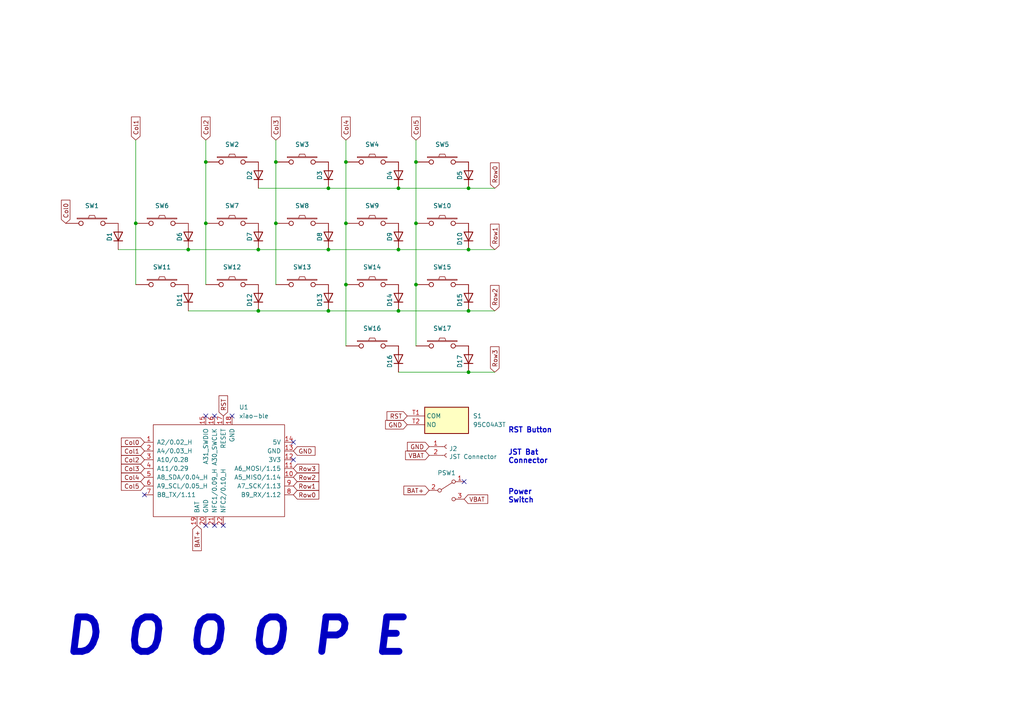
<source format=kicad_sch>
(kicad_sch (version 20211123) (generator eeschema)

  (uuid 757502bc-741b-44ce-a11f-6799c99881f0)

  (paper "A4")

  (title_block
    (title "D O O O P E")
    (date "2023-05-08")
    (rev "2")
  )

  (lib_symbols
    (symbol "95C04A3T:95C04A3T" (in_bom yes) (on_board yes)
      (property "Reference" "" (id 0) (at 0 0 0)
        (effects (font (size 1.27 1.27)))
      )
      (property "Value" "95C04A3T" (id 1) (at 0 0 0)
        (effects (font (size 1.27 1.27)))
      )
      (property "Footprint" "" (id 2) (at 0 0 0)
        (effects (font (size 1.27 1.27)) hide)
      )
      (property "Datasheet" "" (id 3) (at 0 0 0)
        (effects (font (size 1.27 1.27)) hide)
      )
      (property "Reference_1" "S" (id 4) (at 19.05 7.62 0)
        (effects (font (size 1.27 1.27)) (justify left top))
      )
      (property "Value_1" "95C04A3T" (id 5) (at 19.05 5.08 0)
        (effects (font (size 1.27 1.27)) (justify left top))
      )
      (property "Footprint_1" "95C04A3T" (id 6) (at 19.05 -94.92 0)
        (effects (font (size 1.27 1.27)) (justify left top) hide)
      )
      (property "Datasheet_1" "https://datasheet.datasheetarchive.com/originals/distributors/Datasheets-DGA6/579568.pdf" (id 7) (at 19.05 -194.92 0)
        (effects (font (size 1.27 1.27)) (justify left top) hide)
      )
      (property "Height" "4.5" (id 8) (at 19.05 -394.92 0)
        (effects (font (size 1.27 1.27)) (justify left top) hide)
      )
      (property "Mouser Part Number" "706-95C04A3T" (id 9) (at 19.05 -494.92 0)
        (effects (font (size 1.27 1.27)) (justify left top) hide)
      )
      (property "Mouser Price/Stock" "https://www.mouser.co.uk/ProductDetail/Grayhill/95C04A3T?qs=ls7QRyWmRk7sxMlJRVSkDg%3D%3D" (id 10) (at 19.05 -594.92 0)
        (effects (font (size 1.27 1.27)) (justify left top) hide)
      )
      (property "Manufacturer_Name" "Grayhill" (id 11) (at 19.05 -694.92 0)
        (effects (font (size 1.27 1.27)) (justify left top) hide)
      )
      (property "Manufacturer_Part_Number" "95C04A3T" (id 12) (at 19.05 -794.92 0)
        (effects (font (size 1.27 1.27)) (justify left top) hide)
      )
      (property "ki_description" "Tactile Switches Tact Switch, .169\" Height, 160g operating force, thru-hole, RoHS Compliant" (id 13) (at 0 0 0)
        (effects (font (size 1.27 1.27)) hide)
      )
      (symbol "95C04A3T_1_1"
        (rectangle (start 5.08 2.54) (end 17.78 -5.08)
          (stroke (width 0.254) (type default) (color 0 0 0 0))
          (fill (type background))
        )
        (pin passive line (at 0 0 0) (length 5.08)
          (name "COM" (effects (font (size 1.27 1.27))))
          (number "T1" (effects (font (size 1.27 1.27))))
        )
        (pin passive line (at 0 -2.54 0) (length 5.08)
          (name "NO" (effects (font (size 1.27 1.27))))
          (number "T2" (effects (font (size 1.27 1.27))))
        )
      )
    )
    (symbol "Connector:Conn_01x02_Female" (pin_names (offset 1.016) hide) (in_bom yes) (on_board yes)
      (property "Reference" "J" (id 0) (at 0 2.54 0)
        (effects (font (size 1.27 1.27)))
      )
      (property "Value" "Conn_01x02_Female" (id 1) (at 0 -5.08 0)
        (effects (font (size 1.27 1.27)))
      )
      (property "Footprint" "" (id 2) (at 0 0 0)
        (effects (font (size 1.27 1.27)) hide)
      )
      (property "Datasheet" "~" (id 3) (at 0 0 0)
        (effects (font (size 1.27 1.27)) hide)
      )
      (property "ki_keywords" "connector" (id 4) (at 0 0 0)
        (effects (font (size 1.27 1.27)) hide)
      )
      (property "ki_description" "Generic connector, single row, 01x02, script generated (kicad-library-utils/schlib/autogen/connector/)" (id 5) (at 0 0 0)
        (effects (font (size 1.27 1.27)) hide)
      )
      (property "ki_fp_filters" "Connector*:*_1x??_*" (id 6) (at 0 0 0)
        (effects (font (size 1.27 1.27)) hide)
      )
      (symbol "Conn_01x02_Female_1_1"
        (arc (start 0 -2.032) (mid -0.508 -2.54) (end 0 -3.048)
          (stroke (width 0.1524) (type default) (color 0 0 0 0))
          (fill (type none))
        )
        (polyline
          (pts
            (xy -1.27 -2.54)
            (xy -0.508 -2.54)
          )
          (stroke (width 0.1524) (type default) (color 0 0 0 0))
          (fill (type none))
        )
        (polyline
          (pts
            (xy -1.27 0)
            (xy -0.508 0)
          )
          (stroke (width 0.1524) (type default) (color 0 0 0 0))
          (fill (type none))
        )
        (arc (start 0 0.508) (mid -0.508 0) (end 0 -0.508)
          (stroke (width 0.1524) (type default) (color 0 0 0 0))
          (fill (type none))
        )
        (pin passive line (at -5.08 0 0) (length 3.81)
          (name "Pin_1" (effects (font (size 1.27 1.27))))
          (number "1" (effects (font (size 1.27 1.27))))
        )
        (pin passive line (at -5.08 -2.54 0) (length 3.81)
          (name "Pin_2" (effects (font (size 1.27 1.27))))
          (number "2" (effects (font (size 1.27 1.27))))
        )
      )
    )
    (symbol "Diode:1N4148W" (pin_numbers hide) (pin_names hide) (in_bom yes) (on_board yes)
      (property "Reference" "D" (id 0) (at 0 2.54 0)
        (effects (font (size 1.27 1.27)))
      )
      (property "Value" "1N4148W" (id 1) (at 0 -2.54 0)
        (effects (font (size 1.27 1.27)))
      )
      (property "Footprint" "Diode_SMD:D_SOD-123" (id 2) (at 0 -4.445 0)
        (effects (font (size 1.27 1.27)) hide)
      )
      (property "Datasheet" "https://www.vishay.com/docs/85748/1n4148w.pdf" (id 3) (at 0 0 0)
        (effects (font (size 1.27 1.27)) hide)
      )
      (property "ki_keywords" "diode" (id 4) (at 0 0 0)
        (effects (font (size 1.27 1.27)) hide)
      )
      (property "ki_description" "75V 0.15A Fast Switching Diode, SOD-123" (id 5) (at 0 0 0)
        (effects (font (size 1.27 1.27)) hide)
      )
      (property "ki_fp_filters" "D*SOD?123*" (id 6) (at 0 0 0)
        (effects (font (size 1.27 1.27)) hide)
      )
      (symbol "1N4148W_0_1"
        (polyline
          (pts
            (xy -1.27 1.27)
            (xy -1.27 -1.27)
          )
          (stroke (width 0.254) (type default) (color 0 0 0 0))
          (fill (type none))
        )
        (polyline
          (pts
            (xy 1.27 0)
            (xy -1.27 0)
          )
          (stroke (width 0) (type default) (color 0 0 0 0))
          (fill (type none))
        )
        (polyline
          (pts
            (xy 1.27 1.27)
            (xy 1.27 -1.27)
            (xy -1.27 0)
            (xy 1.27 1.27)
          )
          (stroke (width 0.254) (type default) (color 0 0 0 0))
          (fill (type none))
        )
      )
      (symbol "1N4148W_1_1"
        (pin passive line (at -3.81 0 0) (length 2.54)
          (name "K" (effects (font (size 1.27 1.27))))
          (number "1" (effects (font (size 1.27 1.27))))
        )
        (pin passive line (at 3.81 0 180) (length 2.54)
          (name "A" (effects (font (size 1.27 1.27))))
          (number "2" (effects (font (size 1.27 1.27))))
        )
      )
    )
    (symbol "Switch:SW_SPDT" (pin_names (offset 0) hide) (in_bom yes) (on_board yes)
      (property "Reference" "SW" (id 0) (at 0 4.318 0)
        (effects (font (size 1.27 1.27)))
      )
      (property "Value" "SW_SPDT" (id 1) (at 0 -5.08 0)
        (effects (font (size 1.27 1.27)))
      )
      (property "Footprint" "" (id 2) (at 0 0 0)
        (effects (font (size 1.27 1.27)) hide)
      )
      (property "Datasheet" "~" (id 3) (at 0 0 0)
        (effects (font (size 1.27 1.27)) hide)
      )
      (property "ki_keywords" "switch single-pole double-throw spdt ON-ON" (id 4) (at 0 0 0)
        (effects (font (size 1.27 1.27)) hide)
      )
      (property "ki_description" "Switch, single pole double throw" (id 5) (at 0 0 0)
        (effects (font (size 1.27 1.27)) hide)
      )
      (symbol "SW_SPDT_0_0"
        (circle (center -2.032 0) (radius 0.508)
          (stroke (width 0) (type default) (color 0 0 0 0))
          (fill (type none))
        )
        (circle (center 2.032 -2.54) (radius 0.508)
          (stroke (width 0) (type default) (color 0 0 0 0))
          (fill (type none))
        )
      )
      (symbol "SW_SPDT_0_1"
        (polyline
          (pts
            (xy -1.524 0.254)
            (xy 1.651 2.286)
          )
          (stroke (width 0) (type default) (color 0 0 0 0))
          (fill (type none))
        )
        (circle (center 2.032 2.54) (radius 0.508)
          (stroke (width 0) (type default) (color 0 0 0 0))
          (fill (type none))
        )
      )
      (symbol "SW_SPDT_1_1"
        (pin passive line (at 5.08 2.54 180) (length 2.54)
          (name "A" (effects (font (size 1.27 1.27))))
          (number "1" (effects (font (size 1.27 1.27))))
        )
        (pin passive line (at -5.08 0 0) (length 2.54)
          (name "B" (effects (font (size 1.27 1.27))))
          (number "2" (effects (font (size 1.27 1.27))))
        )
        (pin passive line (at 5.08 -2.54 180) (length 2.54)
          (name "C" (effects (font (size 1.27 1.27))))
          (number "3" (effects (font (size 1.27 1.27))))
        )
      )
    )
    (symbol "kbd:SW_PUSH" (pin_numbers hide) (pin_names (offset 1.016) hide) (in_bom yes) (on_board yes)
      (property "Reference" "SW" (id 0) (at 3.81 2.794 0)
        (effects (font (size 1.27 1.27)))
      )
      (property "Value" "SW_PUSH" (id 1) (at 0 -2.032 0)
        (effects (font (size 1.27 1.27)))
      )
      (property "Footprint" "" (id 2) (at 0 0 0)
        (effects (font (size 1.27 1.27)))
      )
      (property "Datasheet" "" (id 3) (at 0 0 0)
        (effects (font (size 1.27 1.27)))
      )
      (symbol "SW_PUSH_0_1"
        (rectangle (start -4.318 1.27) (end 4.318 1.524)
          (stroke (width 0) (type default) (color 0 0 0 0))
          (fill (type none))
        )
        (polyline
          (pts
            (xy -1.016 1.524)
            (xy -0.762 2.286)
            (xy 0.762 2.286)
            (xy 1.016 1.524)
          )
          (stroke (width 0) (type default) (color 0 0 0 0))
          (fill (type none))
        )
        (pin passive inverted (at -7.62 0 0) (length 5.08)
          (name "1" (effects (font (size 1.27 1.27))))
          (number "1" (effects (font (size 1.27 1.27))))
        )
        (pin passive inverted (at 7.62 0 180) (length 5.08)
          (name "2" (effects (font (size 1.27 1.27))))
          (number "2" (effects (font (size 1.27 1.27))))
        )
      )
    )
    (symbol "mcu:xiao-ble" (pin_names (offset 1.016)) (in_bom yes) (on_board yes)
      (property "Reference" "U" (id 0) (at -17.78 16.51 0)
        (effects (font (size 1.27 1.27)))
      )
      (property "Value" "xiao-ble" (id 1) (at -15.24 13.97 0)
        (effects (font (size 1.27 1.27)))
      )
      (property "Footprint" "" (id 2) (at -7.62 5.08 0)
        (effects (font (size 1.27 1.27)) hide)
      )
      (property "Datasheet" "" (id 3) (at -7.62 5.08 0)
        (effects (font (size 1.27 1.27)) hide)
      )
      (symbol "xiao-ble_0_1"
        (rectangle (start -19.05 12.7) (end 19.05 -13.97)
          (stroke (width 0) (type default) (color 0 0 0 0))
          (fill (type none))
        )
      )
      (symbol "xiao-ble_1_1"
        (pin bidirectional line (at -21.59 7.62 0) (length 2.54)
          (name "A2/0.02_H" (effects (font (size 1.27 1.27))))
          (number "1" (effects (font (size 1.27 1.27))))
        )
        (pin bidirectional line (at 21.59 -2.54 180) (length 2.54)
          (name "A5_MISO/1.14" (effects (font (size 1.27 1.27))))
          (number "10" (effects (font (size 1.27 1.27))))
        )
        (pin bidirectional line (at 21.59 0 180) (length 2.54)
          (name "A6_MOSI/1.15" (effects (font (size 1.27 1.27))))
          (number "11" (effects (font (size 1.27 1.27))))
        )
        (pin power_out line (at 21.59 2.54 180) (length 2.54)
          (name "3V3" (effects (font (size 1.27 1.27))))
          (number "12" (effects (font (size 1.27 1.27))))
        )
        (pin power_out line (at 21.59 5.08 180) (length 2.54)
          (name "GND" (effects (font (size 1.27 1.27))))
          (number "13" (effects (font (size 1.27 1.27))))
        )
        (pin power_out line (at 21.59 7.62 180) (length 2.54)
          (name "5V" (effects (font (size 1.27 1.27))))
          (number "14" (effects (font (size 1.27 1.27))))
        )
        (pin input line (at -3.81 15.24 270) (length 2.54)
          (name "A31_SWDIO" (effects (font (size 1.27 1.27))))
          (number "15" (effects (font (size 1.27 1.27))))
        )
        (pin input line (at -1.27 15.24 270) (length 2.54)
          (name "A30_SWCLK" (effects (font (size 1.27 1.27))))
          (number "16" (effects (font (size 1.27 1.27))))
        )
        (pin input line (at 1.27 15.24 270) (length 2.54)
          (name "RESET" (effects (font (size 1.27 1.27))))
          (number "17" (effects (font (size 1.27 1.27))))
        )
        (pin power_out line (at 3.81 15.24 270) (length 2.54)
          (name "GND" (effects (font (size 1.27 1.27))))
          (number "18" (effects (font (size 1.27 1.27))))
        )
        (pin bidirectional line (at -6.35 -16.51 90) (length 2.54)
          (name "BAT" (effects (font (size 1.27 1.27))))
          (number "19" (effects (font (size 1.27 1.27))))
        )
        (pin bidirectional line (at -21.59 5.08 0) (length 2.54)
          (name "A4/0.03_H" (effects (font (size 1.27 1.27))))
          (number "2" (effects (font (size 1.27 1.27))))
        )
        (pin power_out line (at -3.81 -16.51 90) (length 2.54)
          (name "GND" (effects (font (size 1.27 1.27))))
          (number "20" (effects (font (size 1.27 1.27))))
        )
        (pin bidirectional line (at -1.27 -16.51 90) (length 2.54)
          (name "NFC1/0.09_H" (effects (font (size 1.27 1.27))))
          (number "21" (effects (font (size 1.27 1.27))))
        )
        (pin bidirectional line (at 1.27 -16.51 90) (length 2.54)
          (name "NFC2/0.10_H" (effects (font (size 1.27 1.27))))
          (number "22" (effects (font (size 1.27 1.27))))
        )
        (pin bidirectional line (at -21.59 2.54 0) (length 2.54)
          (name "A10/0.28" (effects (font (size 1.27 1.27))))
          (number "3" (effects (font (size 1.27 1.27))))
        )
        (pin bidirectional line (at -21.59 0 0) (length 2.54)
          (name "A11/0.29" (effects (font (size 1.27 1.27))))
          (number "4" (effects (font (size 1.27 1.27))))
        )
        (pin bidirectional line (at -21.59 -2.54 0) (length 2.54)
          (name "A8_SDA/0.04_H" (effects (font (size 1.27 1.27))))
          (number "5" (effects (font (size 1.27 1.27))))
        )
        (pin bidirectional line (at -21.59 -5.08 0) (length 2.54)
          (name "A9_SCL/0.05_H" (effects (font (size 1.27 1.27))))
          (number "6" (effects (font (size 1.27 1.27))))
        )
        (pin bidirectional line (at -21.59 -7.62 0) (length 2.54)
          (name "B8_TX/1.11" (effects (font (size 1.27 1.27))))
          (number "7" (effects (font (size 1.27 1.27))))
        )
        (pin bidirectional line (at 21.59 -7.62 180) (length 2.54)
          (name "B9_RX/1.12" (effects (font (size 1.27 1.27))))
          (number "8" (effects (font (size 1.27 1.27))))
        )
        (pin bidirectional line (at 21.59 -5.08 180) (length 2.54)
          (name "A7_SCK/1.13" (effects (font (size 1.27 1.27))))
          (number "9" (effects (font (size 1.27 1.27))))
        )
      )
    )
  )

  (junction (at 115.57 72.39) (diameter 0) (color 0 0 0 0)
    (uuid 07d660ca-5f34-4196-b873-81e64f30373f)
  )
  (junction (at 115.57 90.17) (diameter 0) (color 0 0 0 0)
    (uuid 28605236-48c4-4c53-971b-ea9f9ad3f5f3)
  )
  (junction (at 120.65 64.77) (diameter 0) (color 0 0 0 0)
    (uuid 31bf2072-d206-4a9c-bf3e-48254c34da20)
  )
  (junction (at 95.25 72.39) (diameter 0) (color 0 0 0 0)
    (uuid 4107ec43-349a-4c3e-876a-e6149662295b)
  )
  (junction (at 135.89 72.39) (diameter 0) (color 0 0 0 0)
    (uuid 4acb1484-eddb-48b3-9866-074a7fba7653)
  )
  (junction (at 80.01 64.77) (diameter 0) (color 0 0 0 0)
    (uuid 5ab8061f-e697-4ca0-b7e7-114293ce0804)
  )
  (junction (at 54.61 72.39) (diameter 0) (color 0 0 0 0)
    (uuid 5ca96f09-9c64-411e-8db8-db88d21dc778)
  )
  (junction (at 115.57 54.61) (diameter 0) (color 0 0 0 0)
    (uuid 5cc0ae2a-b8dd-4bc2-a20d-97cda39d20fb)
  )
  (junction (at 95.25 90.17) (diameter 0) (color 0 0 0 0)
    (uuid 5d8b7062-1cff-4b3f-b4a5-fd218091c09a)
  )
  (junction (at 135.89 90.17) (diameter 0) (color 0 0 0 0)
    (uuid 60187d10-1e3a-44ca-ac74-9905ab757d05)
  )
  (junction (at 39.37 64.77) (diameter 0) (color 0 0 0 0)
    (uuid 64affb61-e566-42c2-9d1f-fc608dff1ab9)
  )
  (junction (at 80.01 46.99) (diameter 0) (color 0 0 0 0)
    (uuid 68ded1a8-b5a4-4f8b-b90b-cf883ed5b5e0)
  )
  (junction (at 135.89 54.61) (diameter 0) (color 0 0 0 0)
    (uuid 78ef94b2-a2db-4f61-86a0-337f0ea526dc)
  )
  (junction (at 100.33 64.77) (diameter 0) (color 0 0 0 0)
    (uuid 7c2e82bc-3daf-4794-b2a9-7fc5e919b968)
  )
  (junction (at 59.69 46.99) (diameter 0) (color 0 0 0 0)
    (uuid 91b79afa-46a8-469f-bb5e-456f1aac119f)
  )
  (junction (at 95.25 54.61) (diameter 0) (color 0 0 0 0)
    (uuid 97965878-7d99-439d-ad6b-de938a8cc539)
  )
  (junction (at 100.33 82.55) (diameter 0) (color 0 0 0 0)
    (uuid 9b932ba2-4d76-4465-bbf3-5bc69f21eaed)
  )
  (junction (at 74.93 90.17) (diameter 0) (color 0 0 0 0)
    (uuid a8a570b6-d3c9-499a-97d4-a505d7a0f368)
  )
  (junction (at 120.65 46.99) (diameter 0) (color 0 0 0 0)
    (uuid aabd5a3f-4dda-4a8a-b5db-ecbfcb3e07f6)
  )
  (junction (at 135.89 107.95) (diameter 0) (color 0 0 0 0)
    (uuid e1114366-a0fa-48ee-b3db-65454edcf715)
  )
  (junction (at 59.69 64.77) (diameter 0) (color 0 0 0 0)
    (uuid e6861b35-8e90-490f-84f4-abf9deb13204)
  )
  (junction (at 74.93 72.39) (diameter 0) (color 0 0 0 0)
    (uuid f1dea1ba-a295-4358-a02b-62cdd314699e)
  )
  (junction (at 120.65 82.55) (diameter 0) (color 0 0 0 0)
    (uuid fa52f066-e554-4df7-9bb5-6ef49a39b485)
  )
  (junction (at 100.33 46.99) (diameter 0) (color 0 0 0 0)
    (uuid fd03ad5b-3be5-4bb3-85a0-5f2756003728)
  )

  (no_connect (at 59.69 120.65) (uuid 0509783c-f63b-424a-8155-1f7dbaaa8f34))
  (no_connect (at 41.91 143.51) (uuid 0bcf0296-00ea-422d-bb68-7f34721df129))
  (no_connect (at 62.23 152.4) (uuid 55babae6-4545-4a86-8798-579c088bc58d))
  (no_connect (at 134.62 139.7) (uuid 69f16ec9-a4e0-485f-b12a-207454e1371b))
  (no_connect (at 67.31 120.65) (uuid 8b63f392-7a09-4228-af68-0532141a8c67))
  (no_connect (at 85.09 128.27) (uuid 9d3ac247-3686-4a98-a463-e8ed7f999268))
  (no_connect (at 59.69 152.4) (uuid b66446ed-d031-4a02-8342-eb0bc162d478))
  (no_connect (at 62.23 120.65) (uuid e2819535-aa8c-4f29-a8a1-057f26939a2a))
  (no_connect (at 85.09 133.35) (uuid e5c1ee97-66aa-48a1-9a6e-da2877886d3a))
  (no_connect (at 64.77 152.4) (uuid f1c4e114-f8ea-4c6a-a66c-828d69428850))

  (wire (pts (xy 120.65 82.55) (xy 120.65 100.33))
    (stroke (width 0) (type default) (color 0 0 0 0))
    (uuid 03eb37d8-19bb-48a8-98d6-42b6c7f79a1e)
  )
  (wire (pts (xy 54.61 90.17) (xy 74.93 90.17))
    (stroke (width 0) (type default) (color 0 0 0 0))
    (uuid 260bc5a4-e0c9-4df5-8ff6-ca73b23e16ff)
  )
  (wire (pts (xy 135.89 107.95) (xy 143.51 107.95))
    (stroke (width 0) (type default) (color 0 0 0 0))
    (uuid 360d2b1c-6f23-404e-9db1-f1a869a1dc1b)
  )
  (wire (pts (xy 80.01 40.64) (xy 80.01 46.99))
    (stroke (width 0) (type default) (color 0 0 0 0))
    (uuid 3bbf152f-7a08-40ac-b2be-56dd05a113a6)
  )
  (wire (pts (xy 115.57 54.61) (xy 135.89 54.61))
    (stroke (width 0) (type default) (color 0 0 0 0))
    (uuid 407d650e-2d6c-462e-a2c5-08ad643019c1)
  )
  (wire (pts (xy 100.33 82.55) (xy 100.33 100.33))
    (stroke (width 0) (type default) (color 0 0 0 0))
    (uuid 426c3626-8a95-4cc0-a3a4-e4a20996e2a0)
  )
  (wire (pts (xy 100.33 46.99) (xy 100.33 64.77))
    (stroke (width 0) (type default) (color 0 0 0 0))
    (uuid 488a2449-3ee7-49e6-bfee-f3d49d1e0d66)
  )
  (wire (pts (xy 54.61 72.39) (xy 74.93 72.39))
    (stroke (width 0) (type default) (color 0 0 0 0))
    (uuid 4bed1d7d-2f5f-4e42-9ecb-c67bda4f2fbb)
  )
  (wire (pts (xy 135.89 54.61) (xy 143.51 54.61))
    (stroke (width 0) (type default) (color 0 0 0 0))
    (uuid 4edb9dd5-7137-4e1a-a995-300db18bbf9c)
  )
  (wire (pts (xy 59.69 46.99) (xy 59.69 64.77))
    (stroke (width 0) (type default) (color 0 0 0 0))
    (uuid 5a8d19dd-71b2-4c0f-a720-4701c262b7cf)
  )
  (wire (pts (xy 120.65 40.64) (xy 120.65 46.99))
    (stroke (width 0) (type default) (color 0 0 0 0))
    (uuid 6529d484-a479-4bc9-98d9-01fc61ca1ce9)
  )
  (wire (pts (xy 115.57 72.39) (xy 135.89 72.39))
    (stroke (width 0) (type default) (color 0 0 0 0))
    (uuid 65c0ec28-d478-43ce-ac84-445f8f39e49e)
  )
  (wire (pts (xy 74.93 54.61) (xy 95.25 54.61))
    (stroke (width 0) (type default) (color 0 0 0 0))
    (uuid 765a3569-3fdf-4af5-9426-f485bab1c633)
  )
  (wire (pts (xy 80.01 64.77) (xy 80.01 82.55))
    (stroke (width 0) (type default) (color 0 0 0 0))
    (uuid 79b5a38f-ad40-4702-9efd-dbf8d38cb187)
  )
  (wire (pts (xy 34.29 72.39) (xy 54.61 72.39))
    (stroke (width 0) (type default) (color 0 0 0 0))
    (uuid 7a6fd9a6-14a2-4aaf-aa7d-04103a99d876)
  )
  (wire (pts (xy 59.69 64.77) (xy 59.69 82.55))
    (stroke (width 0) (type default) (color 0 0 0 0))
    (uuid 7e5b6ca3-801f-4f7b-9cbe-dff889ae9bc6)
  )
  (wire (pts (xy 115.57 90.17) (xy 135.89 90.17))
    (stroke (width 0) (type default) (color 0 0 0 0))
    (uuid 81265ae2-9a42-4f51-9d8d-fe9135c1cd11)
  )
  (wire (pts (xy 39.37 64.77) (xy 39.37 82.55))
    (stroke (width 0) (type default) (color 0 0 0 0))
    (uuid 8d415f31-5b1a-4aff-8abb-b5f6b41a7705)
  )
  (wire (pts (xy 120.65 64.77) (xy 120.65 82.55))
    (stroke (width 0) (type default) (color 0 0 0 0))
    (uuid 8ef881a8-bba9-4a64-8ed1-f86924cf7747)
  )
  (wire (pts (xy 74.93 90.17) (xy 95.25 90.17))
    (stroke (width 0) (type default) (color 0 0 0 0))
    (uuid 900fb118-f8fa-42b5-ab21-e9196182a162)
  )
  (wire (pts (xy 39.37 40.64) (xy 39.37 64.77))
    (stroke (width 0) (type default) (color 0 0 0 0))
    (uuid 95bae9be-c0ff-48a6-8a84-55c957738eeb)
  )
  (wire (pts (xy 100.33 40.64) (xy 100.33 46.99))
    (stroke (width 0) (type default) (color 0 0 0 0))
    (uuid a6f9f42c-c36f-41ec-bfdd-9087fab4745c)
  )
  (wire (pts (xy 80.01 46.99) (xy 80.01 64.77))
    (stroke (width 0) (type default) (color 0 0 0 0))
    (uuid a9c40982-4688-424d-aa95-7ccdf6063fcc)
  )
  (wire (pts (xy 120.65 46.99) (xy 120.65 64.77))
    (stroke (width 0) (type default) (color 0 0 0 0))
    (uuid aa7c68d2-2ef5-4af5-a448-e7fb399bb1c2)
  )
  (wire (pts (xy 135.89 90.17) (xy 143.51 90.17))
    (stroke (width 0) (type default) (color 0 0 0 0))
    (uuid ab5e78ed-9749-41d6-9b72-5c01dfed06bd)
  )
  (wire (pts (xy 135.89 72.39) (xy 143.51 72.39))
    (stroke (width 0) (type default) (color 0 0 0 0))
    (uuid ac4356b5-40dc-4a9d-a39f-5951feb9dba8)
  )
  (wire (pts (xy 95.25 90.17) (xy 115.57 90.17))
    (stroke (width 0) (type default) (color 0 0 0 0))
    (uuid b06facfa-0825-491a-9faa-5b3cbb46c0a1)
  )
  (wire (pts (xy 95.25 54.61) (xy 115.57 54.61))
    (stroke (width 0) (type default) (color 0 0 0 0))
    (uuid b0dcb06a-105f-454c-84c2-93da06ad159c)
  )
  (wire (pts (xy 59.69 40.64) (xy 59.69 46.99))
    (stroke (width 0) (type default) (color 0 0 0 0))
    (uuid ba6aa9eb-5569-4037-9e71-60eb01c7b3f3)
  )
  (wire (pts (xy 115.57 107.95) (xy 135.89 107.95))
    (stroke (width 0) (type default) (color 0 0 0 0))
    (uuid cee3394d-5a64-4d16-93f9-a3ebc8c82abc)
  )
  (wire (pts (xy 95.25 72.39) (xy 115.57 72.39))
    (stroke (width 0) (type default) (color 0 0 0 0))
    (uuid e28ded9a-8943-49e2-a4f3-9dd1addf1dfc)
  )
  (wire (pts (xy 74.93 72.39) (xy 95.25 72.39))
    (stroke (width 0) (type default) (color 0 0 0 0))
    (uuid e7460701-b139-405b-ad8f-e4d08e66b155)
  )
  (wire (pts (xy 100.33 64.77) (xy 100.33 82.55))
    (stroke (width 0) (type default) (color 0 0 0 0))
    (uuid f3baf0db-4012-45f6-9551-d3c65dd3e3b6)
  )

  (text "RST Button" (at 147.32 125.73 0)
    (effects (font (size 1.5 1.5) (thickness 0.3) bold) (justify left bottom))
    (uuid 12d9ee34-a46e-49d9-87c3-173798b93a9c)
  )
  (text "Power\nSwitch" (at 147.32 146.05 0)
    (effects (font (size 1.5 1.5) (thickness 0.3) bold) (justify left bottom))
    (uuid 3867b93c-9a8f-41ad-8975-46eea7227e72)
  )
  (text "JST Bat\nConnector" (at 147.32 134.62 0)
    (effects (font (size 1.5 1.5) (thickness 0.3) bold) (justify left bottom))
    (uuid 468eb3f8-c47b-49e1-ae39-3433decf0cf1)
  )
  (text "D O O O P E" (at 17.78 190.5 0)
    (effects (font (size 10 10) (thickness 2) bold italic) (justify left bottom))
    (uuid fdca8687-8621-427f-a61e-206c42908d3e)
  )

  (global_label "VBAT" (shape input) (at 124.46 132.08 180) (fields_autoplaced)
    (effects (font (size 1.27 1.27)) (justify right))
    (uuid 0007518a-ba32-49f8-b902-1c739bfd8575)
    (property "Intersheet References" "${INTERSHEET_REFS}" (id 0) (at 117.6321 132.0006 0)
      (effects (font (size 1.27 1.27)) (justify right) hide)
    )
  )
  (global_label "Row0" (shape input) (at 85.09 143.51 0) (fields_autoplaced)
    (effects (font (size 1.27 1.27)) (justify left))
    (uuid 0d16fbef-1633-4435-99e3-3d2991b7d0c2)
    (property "Intersheet References" "${INTERSHEET_REFS}" (id 0) (at 92.4621 143.5894 0)
      (effects (font (size 1.27 1.27)) (justify left) hide)
    )
  )
  (global_label "Col3" (shape input) (at 41.91 135.89 180) (fields_autoplaced)
    (effects (font (size 1.27 1.27)) (justify right))
    (uuid 1015f22a-c2a4-44df-952d-1c5dbd57c5b5)
    (property "Intersheet References" "${INTERSHEET_REFS}" (id 0) (at 35.2031 135.9694 0)
      (effects (font (size 1.27 1.27)) (justify right) hide)
    )
  )
  (global_label "GND" (shape input) (at 118.11 123.19 180) (fields_autoplaced)
    (effects (font (size 1.27 1.27)) (justify right))
    (uuid 1a4b2ac3-2426-47d3-ac6d-4c1d605388c2)
    (property "Intersheet References" "${INTERSHEET_REFS}" (id 0) (at 111.8264 123.2694 0)
      (effects (font (size 1.27 1.27)) (justify right) hide)
    )
  )
  (global_label "GND" (shape input) (at 124.46 129.54 180) (fields_autoplaced)
    (effects (font (size 1.27 1.27)) (justify right))
    (uuid 28e39ce1-669f-4da0-a1e4-b205f2624e6f)
    (property "Intersheet References" "${INTERSHEET_REFS}" (id 0) (at 118.1764 129.4606 0)
      (effects (font (size 1.27 1.27)) (justify right) hide)
    )
  )
  (global_label "BAT+" (shape input) (at 57.15 152.4 270) (fields_autoplaced)
    (effects (font (size 1.27 1.27)) (justify right))
    (uuid 2fb85f00-1c9f-497f-b5e1-7a44b4224b95)
    (property "Intersheet References" "${INTERSHEET_REFS}" (id 0) (at 57.0706 159.7117 90)
      (effects (font (size 1.27 1.27)) (justify right) hide)
    )
  )
  (global_label "Row2" (shape input) (at 143.51 90.17 90) (fields_autoplaced)
    (effects (font (size 1.27 1.27)) (justify left))
    (uuid 305efadf-c4d6-4647-a2ae-f83b535f922a)
    (property "Intersheet References" "${INTERSHEET_REFS}" (id 0) (at 143.4306 82.7979 90)
      (effects (font (size 1.27 1.27)) (justify left) hide)
    )
  )
  (global_label "Col1" (shape input) (at 39.37 40.64 90) (fields_autoplaced)
    (effects (font (size 1.27 1.27)) (justify left))
    (uuid 3a95f173-8b93-4ea6-94f6-af92fb07d8b2)
    (property "Intersheet References" "${INTERSHEET_REFS}" (id 0) (at 39.2906 33.9331 90)
      (effects (font (size 1.27 1.27)) (justify left) hide)
    )
  )
  (global_label "Col1" (shape input) (at 41.91 130.81 180) (fields_autoplaced)
    (effects (font (size 1.27 1.27)) (justify right))
    (uuid 3dd75603-0a61-4227-ad76-1daff78d1e19)
    (property "Intersheet References" "${INTERSHEET_REFS}" (id 0) (at 35.2031 130.7306 0)
      (effects (font (size 1.27 1.27)) (justify right) hide)
    )
  )
  (global_label "Col3" (shape input) (at 80.01 40.64 90) (fields_autoplaced)
    (effects (font (size 1.27 1.27)) (justify left))
    (uuid 3e6e9563-61ff-489f-9620-ec3aff60d157)
    (property "Intersheet References" "${INTERSHEET_REFS}" (id 0) (at 79.9306 33.9331 90)
      (effects (font (size 1.27 1.27)) (justify left) hide)
    )
  )
  (global_label "GND" (shape input) (at 85.09 130.81 0) (fields_autoplaced)
    (effects (font (size 1.27 1.27)) (justify left))
    (uuid 429ce314-cafa-46c3-b287-573f01852a12)
    (property "Intersheet References" "${INTERSHEET_REFS}" (id 0) (at 91.3736 130.7306 0)
      (effects (font (size 1.27 1.27)) (justify left) hide)
    )
  )
  (global_label "Col5" (shape input) (at 41.91 140.97 180) (fields_autoplaced)
    (effects (font (size 1.27 1.27)) (justify right))
    (uuid 4c85961b-df49-4225-a32b-c133b063ed99)
    (property "Intersheet References" "${INTERSHEET_REFS}" (id 0) (at 35.2031 141.0494 0)
      (effects (font (size 1.27 1.27)) (justify right) hide)
    )
  )
  (global_label "VBAT" (shape input) (at 134.62 144.78 0) (fields_autoplaced)
    (effects (font (size 1.27 1.27)) (justify left))
    (uuid 4fa393b6-daf5-492a-a2a1-e18be087429f)
    (property "Intersheet References" "${INTERSHEET_REFS}" (id 0) (at 141.4479 144.7006 0)
      (effects (font (size 1.27 1.27)) (justify left) hide)
    )
  )
  (global_label "Col0" (shape input) (at 41.91 128.27 180) (fields_autoplaced)
    (effects (font (size 1.27 1.27)) (justify right))
    (uuid 5a78653b-bec5-4ad3-a781-61ee7f916827)
    (property "Intersheet References" "${INTERSHEET_REFS}" (id 0) (at 35.2031 128.1906 0)
      (effects (font (size 1.27 1.27)) (justify right) hide)
    )
  )
  (global_label "RST" (shape input) (at 118.11 120.65 180) (fields_autoplaced)
    (effects (font (size 1.27 1.27)) (justify right))
    (uuid 68dc261f-0b00-45cd-ad3d-caf8a2db46f3)
    (property "Intersheet References" "${INTERSHEET_REFS}" (id 0) (at 112.2498 120.5706 0)
      (effects (font (size 1.27 1.27)) (justify right) hide)
    )
  )
  (global_label "Row3" (shape input) (at 85.09 135.89 0) (fields_autoplaced)
    (effects (font (size 1.27 1.27)) (justify left))
    (uuid 79ae177c-2d85-429a-be40-4c8a14d3c419)
    (property "Intersheet References" "${INTERSHEET_REFS}" (id 0) (at 92.4621 135.9694 0)
      (effects (font (size 1.27 1.27)) (justify left) hide)
    )
  )
  (global_label "Col2" (shape input) (at 59.69 40.64 90) (fields_autoplaced)
    (effects (font (size 1.27 1.27)) (justify left))
    (uuid 8c85d903-028a-472b-990d-865fa2bc7421)
    (property "Intersheet References" "${INTERSHEET_REFS}" (id 0) (at 59.6106 33.9331 90)
      (effects (font (size 1.27 1.27)) (justify left) hide)
    )
  )
  (global_label "Row0" (shape input) (at 143.51 54.61 90) (fields_autoplaced)
    (effects (font (size 1.27 1.27)) (justify left))
    (uuid a0da95b3-50cc-4ac1-9173-a952180c7a94)
    (property "Intersheet References" "${INTERSHEET_REFS}" (id 0) (at 143.4306 47.2379 90)
      (effects (font (size 1.27 1.27)) (justify left) hide)
    )
  )
  (global_label "Row1" (shape input) (at 85.09 140.97 0) (fields_autoplaced)
    (effects (font (size 1.27 1.27)) (justify left))
    (uuid b9b24afe-a2b6-4365-81ca-474e5ff766ae)
    (property "Intersheet References" "${INTERSHEET_REFS}" (id 0) (at 92.4621 141.0494 0)
      (effects (font (size 1.27 1.27)) (justify left) hide)
    )
  )
  (global_label "Col2" (shape input) (at 41.91 133.35 180) (fields_autoplaced)
    (effects (font (size 1.27 1.27)) (justify right))
    (uuid c2c07d26-3c96-4cb2-8fc6-8b8c8429e42a)
    (property "Intersheet References" "${INTERSHEET_REFS}" (id 0) (at 35.2031 133.4294 0)
      (effects (font (size 1.27 1.27)) (justify right) hide)
    )
  )
  (global_label "Row3" (shape input) (at 143.51 107.95 90) (fields_autoplaced)
    (effects (font (size 1.27 1.27)) (justify left))
    (uuid cc194bff-1b11-4de5-a050-e93495525dbb)
    (property "Intersheet References" "${INTERSHEET_REFS}" (id 0) (at 143.4306 100.5779 90)
      (effects (font (size 1.27 1.27)) (justify left) hide)
    )
  )
  (global_label "BAT+" (shape input) (at 124.46 142.24 180) (fields_autoplaced)
    (effects (font (size 1.27 1.27)) (justify right))
    (uuid d6aefdba-e1d2-42b7-b1a3-5238f0530671)
    (property "Intersheet References" "${INTERSHEET_REFS}" (id 0) (at 117.1483 142.1606 0)
      (effects (font (size 1.27 1.27)) (justify right) hide)
    )
  )
  (global_label "Col4" (shape input) (at 100.33 40.64 90) (fields_autoplaced)
    (effects (font (size 1.27 1.27)) (justify left))
    (uuid dcd0cbb2-f5b0-48e7-b5da-a9ab7f0f542b)
    (property "Intersheet References" "${INTERSHEET_REFS}" (id 0) (at 100.2506 33.9331 90)
      (effects (font (size 1.27 1.27)) (justify left) hide)
    )
  )
  (global_label "RST" (shape input) (at 64.77 120.65 90) (fields_autoplaced)
    (effects (font (size 1.27 1.27)) (justify left))
    (uuid eb22d873-3568-4b78-a362-6a6a86b42752)
    (property "Intersheet References" "${INTERSHEET_REFS}" (id 0) (at 64.6906 114.7898 90)
      (effects (font (size 1.27 1.27)) (justify left) hide)
    )
  )
  (global_label "Row2" (shape input) (at 85.09 138.43 0) (fields_autoplaced)
    (effects (font (size 1.27 1.27)) (justify left))
    (uuid f1880e25-992c-49fc-8014-6aec8e0a4788)
    (property "Intersheet References" "${INTERSHEET_REFS}" (id 0) (at 92.4621 138.5094 0)
      (effects (font (size 1.27 1.27)) (justify left) hide)
    )
  )
  (global_label "Row1" (shape input) (at 143.51 72.39 90) (fields_autoplaced)
    (effects (font (size 1.27 1.27)) (justify left))
    (uuid f8710779-053f-496e-b245-4d25b67824f0)
    (property "Intersheet References" "${INTERSHEET_REFS}" (id 0) (at 143.4306 65.0179 90)
      (effects (font (size 1.27 1.27)) (justify left) hide)
    )
  )
  (global_label "Col0" (shape input) (at 19.05 64.77 90) (fields_autoplaced)
    (effects (font (size 1.27 1.27)) (justify left))
    (uuid faa1e0c8-2df2-4cef-86f1-f1c7025b4a7e)
    (property "Intersheet References" "${INTERSHEET_REFS}" (id 0) (at 18.9706 58.0631 90)
      (effects (font (size 1.27 1.27)) (justify left) hide)
    )
  )
  (global_label "Col4" (shape input) (at 41.91 138.43 180) (fields_autoplaced)
    (effects (font (size 1.27 1.27)) (justify right))
    (uuid fc53e0b0-668d-43a0-a266-eaad136665bd)
    (property "Intersheet References" "${INTERSHEET_REFS}" (id 0) (at 35.2031 138.5094 0)
      (effects (font (size 1.27 1.27)) (justify right) hide)
    )
  )
  (global_label "Col5" (shape input) (at 120.65 40.64 90) (fields_autoplaced)
    (effects (font (size 1.27 1.27)) (justify left))
    (uuid ff876539-732f-47a6-ab28-308c4135a529)
    (property "Intersheet References" "${INTERSHEET_REFS}" (id 0) (at 120.5706 33.9331 90)
      (effects (font (size 1.27 1.27)) (justify left) hide)
    )
  )

  (symbol (lib_id "Diode:1N4148W") (at 135.89 50.8 90) (unit 1)
    (in_bom yes) (on_board yes)
    (uuid 01772321-003d-4539-a629-94ddbb3264a9)
    (property "Reference" "D5" (id 0) (at 133.35 49.53 0)
      (effects (font (size 1.27 1.27)) (justify right))
    )
    (property "Value" "1N4148W" (id 1) (at 138.43 52.0699 90)
      (effects (font (size 1.27 1.27)) (justify right) hide)
    )
    (property "Footprint" "KBLib:Diode SMD THT" (id 2) (at 140.335 50.8 0)
      (effects (font (size 1.27 1.27)) hide)
    )
    (property "Datasheet" "https://www.vishay.com/docs/85748/1n4148w.pdf" (id 3) (at 135.89 50.8 0)
      (effects (font (size 1.27 1.27)) hide)
    )
    (pin "1" (uuid d9e35bf3-79dc-495b-8b1a-07445871962f))
    (pin "2" (uuid 17066c3a-83da-4085-98d4-e673471266ae))
  )

  (symbol (lib_id "Diode:1N4148W") (at 95.25 68.58 90) (unit 1)
    (in_bom yes) (on_board yes)
    (uuid 04f94352-c6af-4569-9377-edb2efcce5de)
    (property "Reference" "D8" (id 0) (at 92.71 67.31 0)
      (effects (font (size 1.27 1.27)) (justify right))
    )
    (property "Value" "1N4148W" (id 1) (at 97.79 69.8499 90)
      (effects (font (size 1.27 1.27)) (justify right) hide)
    )
    (property "Footprint" "KBLib:Diode SMD THT" (id 2) (at 99.695 68.58 0)
      (effects (font (size 1.27 1.27)) hide)
    )
    (property "Datasheet" "https://www.vishay.com/docs/85748/1n4148w.pdf" (id 3) (at 95.25 68.58 0)
      (effects (font (size 1.27 1.27)) hide)
    )
    (pin "1" (uuid 8634369e-1966-4aff-9ed1-b1a156e1f32a))
    (pin "2" (uuid 20847c5b-500b-4f4d-bee2-eab4022fc901))
  )

  (symbol (lib_id "kbd:SW_PUSH") (at 67.31 64.77 0) (unit 1)
    (in_bom yes) (on_board yes) (fields_autoplaced)
    (uuid 10161956-e7a2-41d2-8b6a-6408af25fc1b)
    (property "Reference" "SW7" (id 0) (at 67.31 59.69 0))
    (property "Value" "SW_PUSH" (id 1) (at 67.31 59.69 0)
      (effects (font (size 1.27 1.27)) hide)
    )
    (property "Footprint" "KBLib:Redragon_LP_Reversible" (id 2) (at 67.31 64.77 0)
      (effects (font (size 1.27 1.27)) hide)
    )
    (property "Datasheet" "" (id 3) (at 67.31 64.77 0))
    (pin "1" (uuid 8db1e23f-5957-4f4e-a019-3f6cc029f910))
    (pin "2" (uuid 2eefc074-3493-4b02-a53c-05c68fa9626c))
  )

  (symbol (lib_id "Diode:1N4148W") (at 95.25 50.8 90) (unit 1)
    (in_bom yes) (on_board yes)
    (uuid 11f15944-eeff-44f4-8c7a-82fa5d85b625)
    (property "Reference" "D3" (id 0) (at 92.71 49.53 0)
      (effects (font (size 1.27 1.27)) (justify right))
    )
    (property "Value" "1N4148W" (id 1) (at 97.79 52.0699 90)
      (effects (font (size 1.27 1.27)) (justify right) hide)
    )
    (property "Footprint" "KBLib:Diode SMD THT" (id 2) (at 99.695 50.8 0)
      (effects (font (size 1.27 1.27)) hide)
    )
    (property "Datasheet" "https://www.vishay.com/docs/85748/1n4148w.pdf" (id 3) (at 95.25 50.8 0)
      (effects (font (size 1.27 1.27)) hide)
    )
    (pin "1" (uuid e7a0c4ef-cbbd-47c7-976b-671d3b2517e7))
    (pin "2" (uuid b8dc6e65-eacc-44d7-b728-6a7708521567))
  )

  (symbol (lib_id "kbd:SW_PUSH") (at 46.99 64.77 0) (unit 1)
    (in_bom yes) (on_board yes) (fields_autoplaced)
    (uuid 168ca2b5-4367-4794-9e22-90a299566895)
    (property "Reference" "SW6" (id 0) (at 46.99 59.69 0))
    (property "Value" "SW_PUSH" (id 1) (at 46.99 59.69 0)
      (effects (font (size 1.27 1.27)) hide)
    )
    (property "Footprint" "KBLib:Redragon_LP_Reversible" (id 2) (at 46.99 64.77 0)
      (effects (font (size 1.27 1.27)) hide)
    )
    (property "Datasheet" "" (id 3) (at 46.99 64.77 0))
    (pin "1" (uuid 514b1218-1a3e-4ae4-b9bd-1690df9ef0c0))
    (pin "2" (uuid 8c546310-7fb9-4518-8c22-469390e1ff99))
  )

  (symbol (lib_id "Diode:1N4148W") (at 54.61 86.36 90) (unit 1)
    (in_bom yes) (on_board yes)
    (uuid 1e4434bc-248a-4ac7-b3fe-cfe0d686f958)
    (property "Reference" "D11" (id 0) (at 52.07 85.09 0)
      (effects (font (size 1.27 1.27)) (justify right))
    )
    (property "Value" "1N4148W" (id 1) (at 57.15 87.6299 90)
      (effects (font (size 1.27 1.27)) (justify right) hide)
    )
    (property "Footprint" "KBLib:Diode SMD THT" (id 2) (at 59.055 86.36 0)
      (effects (font (size 1.27 1.27)) hide)
    )
    (property "Datasheet" "https://www.vishay.com/docs/85748/1n4148w.pdf" (id 3) (at 54.61 86.36 0)
      (effects (font (size 1.27 1.27)) hide)
    )
    (pin "1" (uuid 31fb387b-8ff4-4578-a3fa-b2e1805e08ec))
    (pin "2" (uuid d8927fdf-e5fb-4a8d-add7-65675a44fe1c))
  )

  (symbol (lib_id "Switch:SW_SPDT") (at 129.54 142.24 0) (unit 1)
    (in_bom yes) (on_board yes) (fields_autoplaced)
    (uuid 1f4e8517-899b-4a64-9bf4-d0c58a43a2c7)
    (property "Reference" "PSW1" (id 0) (at 129.54 137.16 0))
    (property "Value" "SW_SPDT" (id 1) (at 129.54 136.144 0)
      (effects (font (size 1.27 1.27)) hide)
    )
    (property "Footprint" "KBLib:Power Switch" (id 2) (at 129.54 142.24 0)
      (effects (font (size 1.27 1.27)) hide)
    )
    (property "Datasheet" "~" (id 3) (at 129.54 142.24 0)
      (effects (font (size 1.27 1.27)) hide)
    )
    (pin "1" (uuid f4c1f4e1-c181-4612-b025-fedeca1899fe))
    (pin "2" (uuid 65c172df-bc83-4841-8d1c-a6195fc3dbba))
    (pin "3" (uuid f3d6f132-3ca3-47ab-8fd4-56696361e096))
  )

  (symbol (lib_id "kbd:SW_PUSH") (at 67.31 46.99 0) (unit 1)
    (in_bom yes) (on_board yes) (fields_autoplaced)
    (uuid 2c60be3f-fa1d-48cb-8696-7e2c8cca167a)
    (property "Reference" "SW2" (id 0) (at 67.31 41.91 0))
    (property "Value" "SW_PUSH" (id 1) (at 67.31 41.91 0)
      (effects (font (size 1.27 1.27)) hide)
    )
    (property "Footprint" "KBLib:Redragon_LP_Reversible" (id 2) (at 67.31 46.99 0)
      (effects (font (size 1.27 1.27)) hide)
    )
    (property "Datasheet" "" (id 3) (at 67.31 46.99 0))
    (pin "1" (uuid 32a19842-16f9-45ba-830d-fa1bcda029c2))
    (pin "2" (uuid 7f6a03e1-252d-4390-9ff9-cbc8608f3858))
  )

  (symbol (lib_id "kbd:SW_PUSH") (at 107.95 46.99 0) (unit 1)
    (in_bom yes) (on_board yes) (fields_autoplaced)
    (uuid 39f33b64-e378-4c68-b8d3-388698a582db)
    (property "Reference" "SW4" (id 0) (at 107.95 41.91 0))
    (property "Value" "SW_PUSH" (id 1) (at 107.95 41.91 0)
      (effects (font (size 1.27 1.27)) hide)
    )
    (property "Footprint" "KBLib:Redragon_LP_Reversible" (id 2) (at 107.95 46.99 0)
      (effects (font (size 1.27 1.27)) hide)
    )
    (property "Datasheet" "" (id 3) (at 107.95 46.99 0))
    (pin "1" (uuid 69fd3753-dcac-486a-8bf3-7f48b38de800))
    (pin "2" (uuid 30c1c2a5-0767-49d6-bcae-7fb636d8c023))
  )

  (symbol (lib_id "Diode:1N4148W") (at 115.57 104.14 90) (unit 1)
    (in_bom yes) (on_board yes)
    (uuid 41ba6327-36b5-4040-969b-80df1bfe58d4)
    (property "Reference" "D16" (id 0) (at 113.03 102.87 0)
      (effects (font (size 1.27 1.27)) (justify right))
    )
    (property "Value" "1N4148W" (id 1) (at 118.11 105.4099 90)
      (effects (font (size 1.27 1.27)) (justify right) hide)
    )
    (property "Footprint" "KBLib:Diode SMD THT" (id 2) (at 120.015 104.14 0)
      (effects (font (size 1.27 1.27)) hide)
    )
    (property "Datasheet" "https://www.vishay.com/docs/85748/1n4148w.pdf" (id 3) (at 115.57 104.14 0)
      (effects (font (size 1.27 1.27)) hide)
    )
    (pin "1" (uuid 81322a70-07d5-4a4e-ba6b-1c6393dc5f4c))
    (pin "2" (uuid f5b7754f-bf7a-4a7d-af35-28f487913da7))
  )

  (symbol (lib_id "Diode:1N4148W") (at 135.89 104.14 90) (unit 1)
    (in_bom yes) (on_board yes)
    (uuid 4d510445-a7e3-4fe8-ab0b-b5ea018b965e)
    (property "Reference" "D17" (id 0) (at 133.35 102.87 0)
      (effects (font (size 1.27 1.27)) (justify right))
    )
    (property "Value" "1N4148W" (id 1) (at 138.43 105.4099 90)
      (effects (font (size 1.27 1.27)) (justify right) hide)
    )
    (property "Footprint" "KBLib:Diode SMD THT" (id 2) (at 140.335 104.14 0)
      (effects (font (size 1.27 1.27)) hide)
    )
    (property "Datasheet" "https://www.vishay.com/docs/85748/1n4148w.pdf" (id 3) (at 135.89 104.14 0)
      (effects (font (size 1.27 1.27)) hide)
    )
    (pin "1" (uuid b6dd42b5-7df5-4f2c-99b3-cd8b25a32cbf))
    (pin "2" (uuid 41c8a0f8-8f51-4a80-a54e-dba5c0525c2a))
  )

  (symbol (lib_id "kbd:SW_PUSH") (at 128.27 64.77 0) (unit 1)
    (in_bom yes) (on_board yes) (fields_autoplaced)
    (uuid 4df18bba-0f0f-4382-b72b-855589330917)
    (property "Reference" "SW10" (id 0) (at 128.27 59.69 0))
    (property "Value" "SW_PUSH" (id 1) (at 128.27 59.69 0)
      (effects (font (size 1.27 1.27)) hide)
    )
    (property "Footprint" "KBLib:Redragon_LP_Reversible" (id 2) (at 128.27 64.77 0)
      (effects (font (size 1.27 1.27)) hide)
    )
    (property "Datasheet" "" (id 3) (at 128.27 64.77 0))
    (pin "1" (uuid f9d70637-e247-46f0-a252-3e034550e365))
    (pin "2" (uuid 2d281835-ebed-4706-a4e4-35bcf440252b))
  )

  (symbol (lib_id "Diode:1N4148W") (at 115.57 50.8 90) (unit 1)
    (in_bom yes) (on_board yes)
    (uuid 59068503-0e70-47d4-b6fc-602bb948c90d)
    (property "Reference" "D4" (id 0) (at 113.03 49.53 0)
      (effects (font (size 1.27 1.27)) (justify right))
    )
    (property "Value" "1N4148W" (id 1) (at 118.11 52.0699 90)
      (effects (font (size 1.27 1.27)) (justify right) hide)
    )
    (property "Footprint" "KBLib:Diode SMD THT" (id 2) (at 120.015 50.8 0)
      (effects (font (size 1.27 1.27)) hide)
    )
    (property "Datasheet" "https://www.vishay.com/docs/85748/1n4148w.pdf" (id 3) (at 115.57 50.8 0)
      (effects (font (size 1.27 1.27)) hide)
    )
    (pin "1" (uuid 537a2102-f3f0-4896-9bad-cf8e4d7b516e))
    (pin "2" (uuid 8a33f995-b762-4218-bd4c-ffc9bbaaa089))
  )

  (symbol (lib_id "Diode:1N4148W") (at 115.57 86.36 90) (unit 1)
    (in_bom yes) (on_board yes)
    (uuid 5f36beab-d30e-4299-82a1-0bc49bbae0be)
    (property "Reference" "D14" (id 0) (at 113.03 85.09 0)
      (effects (font (size 1.27 1.27)) (justify right))
    )
    (property "Value" "1N4148W" (id 1) (at 118.11 87.6299 90)
      (effects (font (size 1.27 1.27)) (justify right) hide)
    )
    (property "Footprint" "KBLib:Diode SMD THT" (id 2) (at 120.015 86.36 0)
      (effects (font (size 1.27 1.27)) hide)
    )
    (property "Datasheet" "https://www.vishay.com/docs/85748/1n4148w.pdf" (id 3) (at 115.57 86.36 0)
      (effects (font (size 1.27 1.27)) hide)
    )
    (pin "1" (uuid e16a6d2b-5f77-4941-9985-b844791776e2))
    (pin "2" (uuid 7e8727e1-467a-4e45-af79-1800d33878f0))
  )

  (symbol (lib_id "Diode:1N4148W") (at 74.93 50.8 90) (unit 1)
    (in_bom yes) (on_board yes)
    (uuid 5fe6b378-3ecc-4e49-a989-d65864eef2b9)
    (property "Reference" "D2" (id 0) (at 72.39 49.53 0)
      (effects (font (size 1.27 1.27)) (justify right))
    )
    (property "Value" "1N4148W" (id 1) (at 77.47 52.0699 90)
      (effects (font (size 1.27 1.27)) (justify right) hide)
    )
    (property "Footprint" "KBLib:Diode SMD THT" (id 2) (at 79.375 50.8 0)
      (effects (font (size 1.27 1.27)) hide)
    )
    (property "Datasheet" "https://www.vishay.com/docs/85748/1n4148w.pdf" (id 3) (at 74.93 50.8 0)
      (effects (font (size 1.27 1.27)) hide)
    )
    (pin "1" (uuid 7ff07407-905b-4357-bfff-2d9f5069d161))
    (pin "2" (uuid acd3ba3b-c7ad-4ec4-bbef-09693c04b8f0))
  )

  (symbol (lib_id "Diode:1N4148W") (at 135.89 86.36 90) (unit 1)
    (in_bom yes) (on_board yes)
    (uuid 60a78493-a1e1-467c-a51e-91d02f4dee77)
    (property "Reference" "D15" (id 0) (at 133.35 85.09 0)
      (effects (font (size 1.27 1.27)) (justify right))
    )
    (property "Value" "1N4148W" (id 1) (at 138.43 87.6299 90)
      (effects (font (size 1.27 1.27)) (justify right) hide)
    )
    (property "Footprint" "KBLib:Diode SMD THT" (id 2) (at 140.335 86.36 0)
      (effects (font (size 1.27 1.27)) hide)
    )
    (property "Datasheet" "https://www.vishay.com/docs/85748/1n4148w.pdf" (id 3) (at 135.89 86.36 0)
      (effects (font (size 1.27 1.27)) hide)
    )
    (pin "1" (uuid fe2c0139-e95e-4e1c-8114-2c888055bf2e))
    (pin "2" (uuid db45add2-3d00-47a9-8f11-737ab919fd92))
  )

  (symbol (lib_id "kbd:SW_PUSH") (at 128.27 46.99 0) (unit 1)
    (in_bom yes) (on_board yes) (fields_autoplaced)
    (uuid 65545c2f-1e01-4a9c-af1b-af9388ceb812)
    (property "Reference" "SW5" (id 0) (at 128.27 41.91 0))
    (property "Value" "SW_PUSH" (id 1) (at 128.27 41.91 0)
      (effects (font (size 1.27 1.27)) hide)
    )
    (property "Footprint" "KBLib:Redragon_LP_Reversible" (id 2) (at 128.27 46.99 0)
      (effects (font (size 1.27 1.27)) hide)
    )
    (property "Datasheet" "" (id 3) (at 128.27 46.99 0))
    (pin "1" (uuid 80ab9d36-1386-4f8a-8c9e-bcc437b441b6))
    (pin "2" (uuid 1caa4a80-c4ea-4861-8bb0-15956a3eebf1))
  )

  (symbol (lib_id "Diode:1N4148W") (at 95.25 86.36 90) (unit 1)
    (in_bom yes) (on_board yes)
    (uuid 6defa53c-3389-4950-abb3-531a73fc44db)
    (property "Reference" "D13" (id 0) (at 92.71 85.09 0)
      (effects (font (size 1.27 1.27)) (justify right))
    )
    (property "Value" "1N4148W" (id 1) (at 97.79 87.6299 90)
      (effects (font (size 1.27 1.27)) (justify right) hide)
    )
    (property "Footprint" "KBLib:Diode SMD THT" (id 2) (at 99.695 86.36 0)
      (effects (font (size 1.27 1.27)) hide)
    )
    (property "Datasheet" "https://www.vishay.com/docs/85748/1n4148w.pdf" (id 3) (at 95.25 86.36 0)
      (effects (font (size 1.27 1.27)) hide)
    )
    (pin "1" (uuid dd49fe93-1059-4517-b5f2-8867b0da7cb5))
    (pin "2" (uuid 3aa5a3c6-0ebf-4073-a7a3-851cdd4e639c))
  )

  (symbol (lib_id "kbd:SW_PUSH") (at 128.27 82.55 0) (unit 1)
    (in_bom yes) (on_board yes) (fields_autoplaced)
    (uuid 6fdbc881-860d-4e56-b403-4a5316ad4672)
    (property "Reference" "SW15" (id 0) (at 128.27 77.47 0))
    (property "Value" "SW_PUSH" (id 1) (at 128.27 77.47 0)
      (effects (font (size 1.27 1.27)) hide)
    )
    (property "Footprint" "KBLib:Redragon_LP_Reversible" (id 2) (at 128.27 82.55 0)
      (effects (font (size 1.27 1.27)) hide)
    )
    (property "Datasheet" "" (id 3) (at 128.27 82.55 0))
    (pin "1" (uuid 44ece05c-1da1-4332-92b7-bfb198344581))
    (pin "2" (uuid e424655a-d388-48a5-a0ea-34231ea4f9fb))
  )

  (symbol (lib_id "mcu:xiao-ble") (at 63.5 135.89 0) (unit 1)
    (in_bom yes) (on_board yes) (fields_autoplaced)
    (uuid 70f299b2-07ab-49fd-804d-3cd93bb05144)
    (property "Reference" "U1" (id 0) (at 69.3294 118.11 0)
      (effects (font (size 1.27 1.27)) (justify left))
    )
    (property "Value" "xiao-ble" (id 1) (at 69.3294 120.65 0)
      (effects (font (size 1.27 1.27)) (justify left))
    )
    (property "Footprint" "KBLib:Xiao BLE Rev Pogo" (id 2) (at 55.88 130.81 0)
      (effects (font (size 1.27 1.27)) hide)
    )
    (property "Datasheet" "" (id 3) (at 55.88 130.81 0)
      (effects (font (size 1.27 1.27)) hide)
    )
    (pin "1" (uuid ffd5c5a2-7818-44d4-a604-ecaa190714c7))
    (pin "10" (uuid df8c8a8d-7934-4844-96f3-397347fde50e))
    (pin "11" (uuid f03650cb-2236-414d-b073-0e7e6a534a05))
    (pin "12" (uuid e348aac5-77a6-4a68-9067-1c8c7822dfb2))
    (pin "13" (uuid 15e73440-a56b-4068-bbd5-8164023565af))
    (pin "14" (uuid 6354b0a4-20fc-47fc-8ca1-027910c324ba))
    (pin "15" (uuid 849a772b-8099-478f-a9e9-3bf288faeadd))
    (pin "16" (uuid 6bee2e94-2b50-478a-8766-bf76093bec98))
    (pin "17" (uuid 77139d8a-a16d-4cd6-a21a-d5f3d7e202b9))
    (pin "18" (uuid 534f9b51-864f-4656-b462-4ceb7a152b66))
    (pin "19" (uuid 7f22e12f-df9d-4219-8b26-9d9f9de53901))
    (pin "2" (uuid 4a04c800-b346-4bd9-b94c-0622e90cdc6c))
    (pin "20" (uuid e3cdf1ef-a452-4017-bcac-3b32c8048651))
    (pin "21" (uuid 066acf9c-ce0c-46aa-a2e4-35a8b6b5fd7f))
    (pin "22" (uuid 7a347462-3aab-444b-bdca-8c28951cca31))
    (pin "3" (uuid 1508453d-de19-426f-bdd3-cb563c247099))
    (pin "4" (uuid 9663b5c8-08f3-4ace-9ecb-7d707f5147cd))
    (pin "5" (uuid 887a3a45-3c81-42eb-81c1-ac7d7dab646e))
    (pin "6" (uuid 56ab2766-f2c2-4824-a0dc-318ba2896ffc))
    (pin "7" (uuid 8658d033-12fd-45ff-b074-10b1963117ac))
    (pin "8" (uuid a75043bd-b4c7-4e64-88ce-3ac7c034a380))
    (pin "9" (uuid 8baa1c87-ea68-46ce-bd8d-cf1e91033ee1))
  )

  (symbol (lib_id "kbd:SW_PUSH") (at 67.31 82.55 0) (unit 1)
    (in_bom yes) (on_board yes) (fields_autoplaced)
    (uuid 71628f58-7303-401a-b6ef-0b2ac2770e45)
    (property "Reference" "SW12" (id 0) (at 67.31 77.47 0))
    (property "Value" "SW_PUSH" (id 1) (at 67.31 77.47 0)
      (effects (font (size 1.27 1.27)) hide)
    )
    (property "Footprint" "KBLib:Redragon_LP_Reversible" (id 2) (at 67.31 82.55 0)
      (effects (font (size 1.27 1.27)) hide)
    )
    (property "Datasheet" "" (id 3) (at 67.31 82.55 0))
    (pin "1" (uuid d44856ea-783f-4e4a-ac99-36c92bca8c61))
    (pin "2" (uuid 2b3f2b27-9808-42ab-8859-c1bbc3954f5d))
  )

  (symbol (lib_id "kbd:SW_PUSH") (at 26.67 64.77 0) (unit 1)
    (in_bom yes) (on_board yes) (fields_autoplaced)
    (uuid 76e88d08-ee63-4bb4-bf18-1b7f109f7e90)
    (property "Reference" "SW1" (id 0) (at 26.67 59.69 0))
    (property "Value" "SW_PUSH" (id 1) (at 26.67 59.69 0)
      (effects (font (size 1.27 1.27)) hide)
    )
    (property "Footprint" "KBLib:Redragon_LP_Reversible" (id 2) (at 26.67 64.77 0)
      (effects (font (size 1.27 1.27)) hide)
    )
    (property "Datasheet" "" (id 3) (at 26.67 64.77 0))
    (pin "1" (uuid 576fc6d0-14ae-48d6-885b-f42ca4932433))
    (pin "2" (uuid a1454e60-3271-4552-a5ad-59a9d7eb4ff9))
  )

  (symbol (lib_id "Diode:1N4148W") (at 115.57 68.58 90) (unit 1)
    (in_bom yes) (on_board yes)
    (uuid 79ffad2d-7bd4-4551-abb0-10a8f6c9358e)
    (property "Reference" "D9" (id 0) (at 113.03 67.31 0)
      (effects (font (size 1.27 1.27)) (justify right))
    )
    (property "Value" "1N4148W" (id 1) (at 118.11 69.8499 90)
      (effects (font (size 1.27 1.27)) (justify right) hide)
    )
    (property "Footprint" "KBLib:Diode SMD THT" (id 2) (at 120.015 68.58 0)
      (effects (font (size 1.27 1.27)) hide)
    )
    (property "Datasheet" "https://www.vishay.com/docs/85748/1n4148w.pdf" (id 3) (at 115.57 68.58 0)
      (effects (font (size 1.27 1.27)) hide)
    )
    (pin "1" (uuid 1ea50193-f8e9-4cbb-9330-b2747319b8b1))
    (pin "2" (uuid 267bc092-5d48-4ace-bc0b-606cac9c492f))
  )

  (symbol (lib_id "Diode:1N4148W") (at 54.61 68.58 90) (unit 1)
    (in_bom yes) (on_board yes)
    (uuid 809fea1b-04b9-43d7-a159-94994b0c8c80)
    (property "Reference" "D6" (id 0) (at 52.07 67.31 0)
      (effects (font (size 1.27 1.27)) (justify right))
    )
    (property "Value" "1N4148W" (id 1) (at 57.15 69.8499 90)
      (effects (font (size 1.27 1.27)) (justify right) hide)
    )
    (property "Footprint" "KBLib:Diode SMD THT" (id 2) (at 59.055 68.58 0)
      (effects (font (size 1.27 1.27)) hide)
    )
    (property "Datasheet" "https://www.vishay.com/docs/85748/1n4148w.pdf" (id 3) (at 54.61 68.58 0)
      (effects (font (size 1.27 1.27)) hide)
    )
    (pin "1" (uuid 89d2f94b-7a6b-4e37-9c45-25f8fc02ea6c))
    (pin "2" (uuid 2481d92a-f10e-481b-9fa2-83826e417fd6))
  )

  (symbol (lib_id "kbd:SW_PUSH") (at 46.99 82.55 0) (unit 1)
    (in_bom yes) (on_board yes) (fields_autoplaced)
    (uuid 83483c2f-3924-409a-b1b2-e159dc161033)
    (property "Reference" "SW11" (id 0) (at 46.99 77.47 0))
    (property "Value" "SW_PUSH" (id 1) (at 46.99 77.47 0)
      (effects (font (size 1.27 1.27)) hide)
    )
    (property "Footprint" "KBLib:Redragon_LP_Reversible" (id 2) (at 46.99 82.55 0)
      (effects (font (size 1.27 1.27)) hide)
    )
    (property "Datasheet" "" (id 3) (at 46.99 82.55 0))
    (pin "1" (uuid 14b991cc-701c-455c-a70f-36cf9216cabd))
    (pin "2" (uuid 78440cfa-f221-4883-a9f5-6961a13b3eb5))
  )

  (symbol (lib_id "kbd:SW_PUSH") (at 107.95 64.77 0) (unit 1)
    (in_bom yes) (on_board yes) (fields_autoplaced)
    (uuid 8b2ff4f1-4389-4775-83be-4eca929a30fd)
    (property "Reference" "SW9" (id 0) (at 107.95 59.69 0))
    (property "Value" "SW_PUSH" (id 1) (at 107.95 59.69 0)
      (effects (font (size 1.27 1.27)) hide)
    )
    (property "Footprint" "KBLib:Redragon_LP_Reversible" (id 2) (at 107.95 64.77 0)
      (effects (font (size 1.27 1.27)) hide)
    )
    (property "Datasheet" "" (id 3) (at 107.95 64.77 0))
    (pin "1" (uuid 42163beb-d6b4-4e11-aaf6-d8abf46f8f9a))
    (pin "2" (uuid 16cefe94-4c1a-4056-9745-fbc155d3e352))
  )

  (symbol (lib_id "Diode:1N4148W") (at 74.93 68.58 90) (unit 1)
    (in_bom yes) (on_board yes)
    (uuid 9df6cb75-f490-42a3-9ef2-6999c5129a99)
    (property "Reference" "D7" (id 0) (at 72.39 67.31 0)
      (effects (font (size 1.27 1.27)) (justify right))
    )
    (property "Value" "1N4148W" (id 1) (at 77.47 69.8499 90)
      (effects (font (size 1.27 1.27)) (justify right) hide)
    )
    (property "Footprint" "KBLib:Diode SMD THT" (id 2) (at 79.375 68.58 0)
      (effects (font (size 1.27 1.27)) hide)
    )
    (property "Datasheet" "https://www.vishay.com/docs/85748/1n4148w.pdf" (id 3) (at 74.93 68.58 0)
      (effects (font (size 1.27 1.27)) hide)
    )
    (pin "1" (uuid 260d1d4a-1d60-4508-ac6c-51284d64135a))
    (pin "2" (uuid fd751635-dece-4f10-aa21-78aecb147262))
  )

  (symbol (lib_id "kbd:SW_PUSH") (at 87.63 64.77 0) (unit 1)
    (in_bom yes) (on_board yes) (fields_autoplaced)
    (uuid a19c750d-cae9-43b1-9e30-f527f644a3dd)
    (property "Reference" "SW8" (id 0) (at 87.63 59.69 0))
    (property "Value" "SW_PUSH" (id 1) (at 87.63 59.69 0)
      (effects (font (size 1.27 1.27)) hide)
    )
    (property "Footprint" "KBLib:Redragon_LP_Reversible" (id 2) (at 87.63 64.77 0)
      (effects (font (size 1.27 1.27)) hide)
    )
    (property "Datasheet" "" (id 3) (at 87.63 64.77 0))
    (pin "1" (uuid 9b68e7ac-8d02-43f6-9f74-a008ea81ca47))
    (pin "2" (uuid ddf46ef3-eeaa-4dff-9f4b-d76b7eb4991f))
  )

  (symbol (lib_id "95C04A3T:95C04A3T") (at 118.11 120.65 0) (unit 1)
    (in_bom yes) (on_board yes) (fields_autoplaced)
    (uuid a7b6829a-ab8a-46f4-8847-1731ec1264f3)
    (property "Reference" "S1" (id 0) (at 137.16 120.6499 0)
      (effects (font (size 1.27 1.27)) (justify left))
    )
    (property "Value" "95C04A3T" (id 1) (at 137.16 123.1899 0)
      (effects (font (size 1.27 1.27)) (justify left))
    )
    (property "Footprint" "KBLib:Reset Switch" (id 2) (at 118.11 120.65 0)
      (effects (font (size 1.27 1.27)) hide)
    )
    (property "Datasheet" "" (id 3) (at 118.11 120.65 0)
      (effects (font (size 1.27 1.27)) hide)
    )
    (property "Reference_1" "S" (id 4) (at 137.16 124.4599 0)
      (effects (font (size 1.27 1.27)) (justify left) hide)
    )
    (property "Value_1" "95C04A3T" (id 5) (at 137.16 125.7299 0)
      (effects (font (size 1.27 1.27)) (justify left) hide)
    )
    (property "Footprint_1" "95C04A3T" (id 6) (at 137.16 215.57 0)
      (effects (font (size 1.27 1.27)) (justify left top) hide)
    )
    (property "Datasheet_1" "https://datasheet.datasheetarchive.com/originals/distributors/Datasheets-DGA6/579568.pdf" (id 7) (at 137.16 315.57 0)
      (effects (font (size 1.27 1.27)) (justify left top) hide)
    )
    (property "Height" "4.5" (id 8) (at 137.16 515.57 0)
      (effects (font (size 1.27 1.27)) (justify left top) hide)
    )
    (property "Mouser Part Number" "706-95C04A3T" (id 9) (at 137.16 615.57 0)
      (effects (font (size 1.27 1.27)) (justify left top) hide)
    )
    (property "Mouser Price/Stock" "https://www.mouser.co.uk/ProductDetail/Grayhill/95C04A3T?qs=ls7QRyWmRk7sxMlJRVSkDg%3D%3D" (id 10) (at 137.16 715.57 0)
      (effects (font (size 1.27 1.27)) (justify left top) hide)
    )
    (property "Manufacturer_Name" "Grayhill" (id 11) (at 137.16 815.57 0)
      (effects (font (size 1.27 1.27)) (justify left top) hide)
    )
    (property "Manufacturer_Part_Number" "95C04A3T" (id 12) (at 137.16 915.57 0)
      (effects (font (size 1.27 1.27)) (justify left top) hide)
    )
    (pin "T1" (uuid 2470ec60-e698-4a3f-b5b3-0cea579ccfcd))
    (pin "T2" (uuid 7dcaca3e-3f74-469e-98c2-3ac75c4c50ba))
  )

  (symbol (lib_id "kbd:SW_PUSH") (at 87.63 82.55 0) (unit 1)
    (in_bom yes) (on_board yes) (fields_autoplaced)
    (uuid aebf8778-49aa-4214-8276-c56642269ab7)
    (property "Reference" "SW13" (id 0) (at 87.63 77.47 0))
    (property "Value" "SW_PUSH" (id 1) (at 87.63 77.47 0)
      (effects (font (size 1.27 1.27)) hide)
    )
    (property "Footprint" "KBLib:Redragon_LP_Reversible" (id 2) (at 87.63 82.55 0)
      (effects (font (size 1.27 1.27)) hide)
    )
    (property "Datasheet" "" (id 3) (at 87.63 82.55 0))
    (pin "1" (uuid fa421467-3cf9-4063-9ec7-4769fcf8c844))
    (pin "2" (uuid 8c5cf112-0b05-4dac-a978-3a3b869f6094))
  )

  (symbol (lib_id "kbd:SW_PUSH") (at 107.95 82.55 0) (unit 1)
    (in_bom yes) (on_board yes) (fields_autoplaced)
    (uuid b28ff258-238d-4929-a9f6-67366ba182f3)
    (property "Reference" "SW14" (id 0) (at 107.95 77.47 0))
    (property "Value" "SW_PUSH" (id 1) (at 107.95 77.47 0)
      (effects (font (size 1.27 1.27)) hide)
    )
    (property "Footprint" "KBLib:Redragon_LP_Reversible" (id 2) (at 107.95 82.55 0)
      (effects (font (size 1.27 1.27)) hide)
    )
    (property "Datasheet" "" (id 3) (at 107.95 82.55 0))
    (pin "1" (uuid 16eb33a7-f4f8-4d00-b77a-8eb91e318611))
    (pin "2" (uuid 3c267c50-8c7c-4db6-9237-8266710fc6fe))
  )

  (symbol (lib_id "kbd:SW_PUSH") (at 107.95 100.33 0) (unit 1)
    (in_bom yes) (on_board yes) (fields_autoplaced)
    (uuid bdca822e-91c0-4992-90fa-f1dba6e8ce93)
    (property "Reference" "SW16" (id 0) (at 107.95 95.25 0))
    (property "Value" "SW_PUSH" (id 1) (at 107.95 95.25 0)
      (effects (font (size 1.27 1.27)) hide)
    )
    (property "Footprint" "KBLib:Redragon_LP_Reversible" (id 2) (at 107.95 100.33 0)
      (effects (font (size 1.27 1.27)) hide)
    )
    (property "Datasheet" "" (id 3) (at 107.95 100.33 0))
    (pin "1" (uuid c1910990-8184-44d4-86b3-f845c387a739))
    (pin "2" (uuid 5da2e793-6c91-4d82-bf32-7313ee2d486c))
  )

  (symbol (lib_id "kbd:SW_PUSH") (at 87.63 46.99 0) (unit 1)
    (in_bom yes) (on_board yes) (fields_autoplaced)
    (uuid d8f9960d-dda6-4d0e-9141-d7c0f46f5e20)
    (property "Reference" "SW3" (id 0) (at 87.63 41.91 0))
    (property "Value" "SW_PUSH" (id 1) (at 87.63 41.91 0)
      (effects (font (size 1.27 1.27)) hide)
    )
    (property "Footprint" "KBLib:Redragon_LP_Reversible" (id 2) (at 87.63 46.99 0)
      (effects (font (size 1.27 1.27)) hide)
    )
    (property "Datasheet" "" (id 3) (at 87.63 46.99 0))
    (pin "1" (uuid c6da13f9-6d38-403c-81d3-8a9f7633639d))
    (pin "2" (uuid 45c6c825-72b2-4018-b52a-44e9aa123e0c))
  )

  (symbol (lib_id "Connector:Conn_01x02_Female") (at 129.54 129.54 0) (unit 1)
    (in_bom yes) (on_board yes)
    (uuid dbea475f-ee1f-4b40-b70b-413c1d37b434)
    (property "Reference" "J2" (id 0) (at 130.2512 130.1496 0)
      (effects (font (size 1.27 1.27)) (justify left))
    )
    (property "Value" "JST Connector" (id 1) (at 130.2512 132.461 0)
      (effects (font (size 1.27 1.27)) (justify left))
    )
    (property "Footprint" "Connector_JST:JST_PH_S2B-PH-K_1x02_P2.00mm_Horizontal" (id 2) (at 129.54 129.54 0)
      (effects (font (size 1.27 1.27)) hide)
    )
    (property "Datasheet" "~" (id 3) (at 129.54 129.54 0)
      (effects (font (size 1.27 1.27)) hide)
    )
    (property "LCSC" "C225207" (id 4) (at 129.54 129.54 0)
      (effects (font (size 1.27 1.27)) hide)
    )
    (property "Comment" "S2B-PH-K-S(LF)(SN)" (id 5) (at 129.54 129.54 0)
      (effects (font (size 1.27 1.27)) hide)
    )
    (pin "1" (uuid d27c7c55-8911-4361-a6f6-68a066caa5dc))
    (pin "2" (uuid 8bb4497b-a0fd-418a-97d5-a143dee59753))
  )

  (symbol (lib_id "Diode:1N4148W") (at 135.89 68.58 90) (unit 1)
    (in_bom yes) (on_board yes)
    (uuid e4830543-254b-4f73-8251-fdba0d63769c)
    (property "Reference" "D10" (id 0) (at 133.35 67.31 0)
      (effects (font (size 1.27 1.27)) (justify right))
    )
    (property "Value" "1N4148W" (id 1) (at 138.43 69.8499 90)
      (effects (font (size 1.27 1.27)) (justify right) hide)
    )
    (property "Footprint" "KBLib:Diode SMD THT" (id 2) (at 140.335 68.58 0)
      (effects (font (size 1.27 1.27)) hide)
    )
    (property "Datasheet" "https://www.vishay.com/docs/85748/1n4148w.pdf" (id 3) (at 135.89 68.58 0)
      (effects (font (size 1.27 1.27)) hide)
    )
    (pin "1" (uuid 682bc004-d354-4e05-8772-9b17da49cda0))
    (pin "2" (uuid 9a6cca93-e1a8-4c41-9321-814577e5f89e))
  )

  (symbol (lib_id "Diode:1N4148W") (at 74.93 86.36 90) (unit 1)
    (in_bom yes) (on_board yes)
    (uuid ed091629-b294-4a14-8e5b-3eb1227d7939)
    (property "Reference" "D12" (id 0) (at 72.39 85.09 0)
      (effects (font (size 1.27 1.27)) (justify right))
    )
    (property "Value" "1N4148W" (id 1) (at 77.47 87.6299 90)
      (effects (font (size 1.27 1.27)) (justify right) hide)
    )
    (property "Footprint" "KBLib:Diode SMD THT" (id 2) (at 79.375 86.36 0)
      (effects (font (size 1.27 1.27)) hide)
    )
    (property "Datasheet" "https://www.vishay.com/docs/85748/1n4148w.pdf" (id 3) (at 74.93 86.36 0)
      (effects (font (size 1.27 1.27)) hide)
    )
    (pin "1" (uuid 6ddc58ad-6061-4b95-bf91-4db9dab74991))
    (pin "2" (uuid f12086d1-8e52-4110-b372-c21a928fbc3e))
  )

  (symbol (lib_id "Diode:1N4148W") (at 34.29 68.58 90) (unit 1)
    (in_bom yes) (on_board yes)
    (uuid f3080ede-a710-4358-9e97-bc01e0f8111a)
    (property "Reference" "D1" (id 0) (at 31.75 67.31 0)
      (effects (font (size 1.27 1.27)) (justify right))
    )
    (property "Value" "1N4148W" (id 1) (at 36.83 69.8499 90)
      (effects (font (size 1.27 1.27)) (justify right) hide)
    )
    (property "Footprint" "KBLib:Diode SMD THT" (id 2) (at 38.735 68.58 0)
      (effects (font (size 1.27 1.27)) hide)
    )
    (property "Datasheet" "https://www.vishay.com/docs/85748/1n4148w.pdf" (id 3) (at 34.29 68.58 0)
      (effects (font (size 1.27 1.27)) hide)
    )
    (pin "1" (uuid 7b4c868f-03d8-4191-9e4a-f5300bc79f45))
    (pin "2" (uuid 3783df2e-3102-4749-9877-9001a7f5b401))
  )

  (symbol (lib_id "kbd:SW_PUSH") (at 128.27 100.33 0) (unit 1)
    (in_bom yes) (on_board yes) (fields_autoplaced)
    (uuid f8fc9f70-3174-4fe1-b9c7-3ae5f06f38e1)
    (property "Reference" "SW17" (id 0) (at 128.27 95.25 0))
    (property "Value" "SW_PUSH" (id 1) (at 128.27 95.25 0)
      (effects (font (size 1.27 1.27)) hide)
    )
    (property "Footprint" "KBLib:Redragon_LP_Reversible" (id 2) (at 128.27 100.33 0)
      (effects (font (size 1.27 1.27)) hide)
    )
    (property "Datasheet" "" (id 3) (at 128.27 100.33 0))
    (pin "1" (uuid 9f5b7f1b-7ee4-4e44-b4c1-fcc4c4e7c28d))
    (pin "2" (uuid d0468e2c-8424-4e94-9106-8bfb359d31da))
  )

  (sheet_instances
    (path "/" (page "1"))
  )

  (symbol_instances
    (path "/f3080ede-a710-4358-9e97-bc01e0f8111a"
      (reference "D1") (unit 1) (value "1N4148W") (footprint "KBLib:Diode SMD THT")
    )
    (path "/5fe6b378-3ecc-4e49-a989-d65864eef2b9"
      (reference "D2") (unit 1) (value "1N4148W") (footprint "KBLib:Diode SMD THT")
    )
    (path "/11f15944-eeff-44f4-8c7a-82fa5d85b625"
      (reference "D3") (unit 1) (value "1N4148W") (footprint "KBLib:Diode SMD THT")
    )
    (path "/59068503-0e70-47d4-b6fc-602bb948c90d"
      (reference "D4") (unit 1) (value "1N4148W") (footprint "KBLib:Diode SMD THT")
    )
    (path "/01772321-003d-4539-a629-94ddbb3264a9"
      (reference "D5") (unit 1) (value "1N4148W") (footprint "KBLib:Diode SMD THT")
    )
    (path "/809fea1b-04b9-43d7-a159-94994b0c8c80"
      (reference "D6") (unit 1) (value "1N4148W") (footprint "KBLib:Diode SMD THT")
    )
    (path "/9df6cb75-f490-42a3-9ef2-6999c5129a99"
      (reference "D7") (unit 1) (value "1N4148W") (footprint "KBLib:Diode SMD THT")
    )
    (path "/04f94352-c6af-4569-9377-edb2efcce5de"
      (reference "D8") (unit 1) (value "1N4148W") (footprint "KBLib:Diode SMD THT")
    )
    (path "/79ffad2d-7bd4-4551-abb0-10a8f6c9358e"
      (reference "D9") (unit 1) (value "1N4148W") (footprint "KBLib:Diode SMD THT")
    )
    (path "/e4830543-254b-4f73-8251-fdba0d63769c"
      (reference "D10") (unit 1) (value "1N4148W") (footprint "KBLib:Diode SMD THT")
    )
    (path "/1e4434bc-248a-4ac7-b3fe-cfe0d686f958"
      (reference "D11") (unit 1) (value "1N4148W") (footprint "KBLib:Diode SMD THT")
    )
    (path "/ed091629-b294-4a14-8e5b-3eb1227d7939"
      (reference "D12") (unit 1) (value "1N4148W") (footprint "KBLib:Diode SMD THT")
    )
    (path "/6defa53c-3389-4950-abb3-531a73fc44db"
      (reference "D13") (unit 1) (value "1N4148W") (footprint "KBLib:Diode SMD THT")
    )
    (path "/5f36beab-d30e-4299-82a1-0bc49bbae0be"
      (reference "D14") (unit 1) (value "1N4148W") (footprint "KBLib:Diode SMD THT")
    )
    (path "/60a78493-a1e1-467c-a51e-91d02f4dee77"
      (reference "D15") (unit 1) (value "1N4148W") (footprint "KBLib:Diode SMD THT")
    )
    (path "/41ba6327-36b5-4040-969b-80df1bfe58d4"
      (reference "D16") (unit 1) (value "1N4148W") (footprint "KBLib:Diode SMD THT")
    )
    (path "/4d510445-a7e3-4fe8-ab0b-b5ea018b965e"
      (reference "D17") (unit 1) (value "1N4148W") (footprint "KBLib:Diode SMD THT")
    )
    (path "/dbea475f-ee1f-4b40-b70b-413c1d37b434"
      (reference "J2") (unit 1) (value "JST Connector") (footprint "Connector_JST:JST_PH_S2B-PH-K_1x02_P2.00mm_Horizontal")
    )
    (path "/1f4e8517-899b-4a64-9bf4-d0c58a43a2c7"
      (reference "PSW1") (unit 1) (value "SW_SPDT") (footprint "KBLib:Power Switch")
    )
    (path "/a7b6829a-ab8a-46f4-8847-1731ec1264f3"
      (reference "S1") (unit 1) (value "95C04A3T") (footprint "KBLib:Reset Switch")
    )
    (path "/76e88d08-ee63-4bb4-bf18-1b7f109f7e90"
      (reference "SW1") (unit 1) (value "SW_PUSH") (footprint "KBLib:Redragon_LP_Reversible")
    )
    (path "/2c60be3f-fa1d-48cb-8696-7e2c8cca167a"
      (reference "SW2") (unit 1) (value "SW_PUSH") (footprint "KBLib:Redragon_LP_Reversible")
    )
    (path "/d8f9960d-dda6-4d0e-9141-d7c0f46f5e20"
      (reference "SW3") (unit 1) (value "SW_PUSH") (footprint "KBLib:Redragon_LP_Reversible")
    )
    (path "/39f33b64-e378-4c68-b8d3-388698a582db"
      (reference "SW4") (unit 1) (value "SW_PUSH") (footprint "KBLib:Redragon_LP_Reversible")
    )
    (path "/65545c2f-1e01-4a9c-af1b-af9388ceb812"
      (reference "SW5") (unit 1) (value "SW_PUSH") (footprint "KBLib:Redragon_LP_Reversible")
    )
    (path "/168ca2b5-4367-4794-9e22-90a299566895"
      (reference "SW6") (unit 1) (value "SW_PUSH") (footprint "KBLib:Redragon_LP_Reversible")
    )
    (path "/10161956-e7a2-41d2-8b6a-6408af25fc1b"
      (reference "SW7") (unit 1) (value "SW_PUSH") (footprint "KBLib:Redragon_LP_Reversible")
    )
    (path "/a19c750d-cae9-43b1-9e30-f527f644a3dd"
      (reference "SW8") (unit 1) (value "SW_PUSH") (footprint "KBLib:Redragon_LP_Reversible")
    )
    (path "/8b2ff4f1-4389-4775-83be-4eca929a30fd"
      (reference "SW9") (unit 1) (value "SW_PUSH") (footprint "KBLib:Redragon_LP_Reversible")
    )
    (path "/4df18bba-0f0f-4382-b72b-855589330917"
      (reference "SW10") (unit 1) (value "SW_PUSH") (footprint "KBLib:Redragon_LP_Reversible")
    )
    (path "/83483c2f-3924-409a-b1b2-e159dc161033"
      (reference "SW11") (unit 1) (value "SW_PUSH") (footprint "KBLib:Redragon_LP_Reversible")
    )
    (path "/71628f58-7303-401a-b6ef-0b2ac2770e45"
      (reference "SW12") (unit 1) (value "SW_PUSH") (footprint "KBLib:Redragon_LP_Reversible")
    )
    (path "/aebf8778-49aa-4214-8276-c56642269ab7"
      (reference "SW13") (unit 1) (value "SW_PUSH") (footprint "KBLib:Redragon_LP_Reversible")
    )
    (path "/b28ff258-238d-4929-a9f6-67366ba182f3"
      (reference "SW14") (unit 1) (value "SW_PUSH") (footprint "KBLib:Redragon_LP_Reversible")
    )
    (path "/6fdbc881-860d-4e56-b403-4a5316ad4672"
      (reference "SW15") (unit 1) (value "SW_PUSH") (footprint "KBLib:Redragon_LP_Reversible")
    )
    (path "/bdca822e-91c0-4992-90fa-f1dba6e8ce93"
      (reference "SW16") (unit 1) (value "SW_PUSH") (footprint "KBLib:Redragon_LP_Reversible")
    )
    (path "/f8fc9f70-3174-4fe1-b9c7-3ae5f06f38e1"
      (reference "SW17") (unit 1) (value "SW_PUSH") (footprint "KBLib:Redragon_LP_Reversible")
    )
    (path "/70f299b2-07ab-49fd-804d-3cd93bb05144"
      (reference "U1") (unit 1) (value "xiao-ble") (footprint "KBLib:Xiao BLE Rev Pogo")
    )
  )
)

</source>
